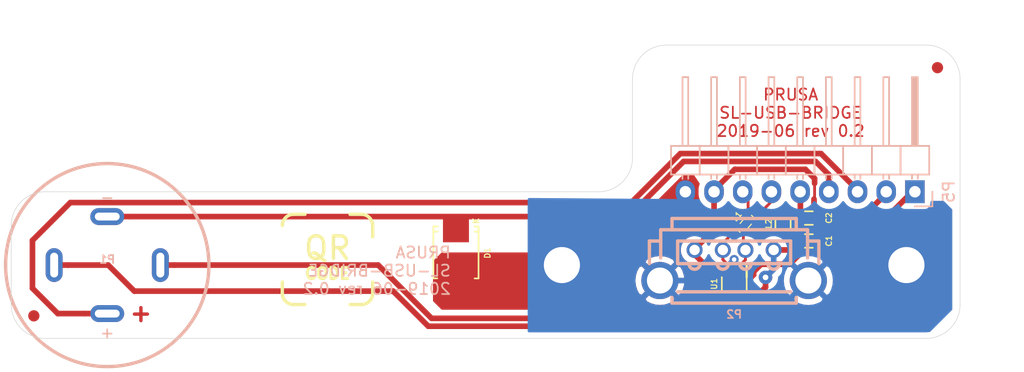
<source format=kicad_pcb>
(kicad_pcb (version 20171130) (host pcbnew "(6.0.0-rc1-dev-199-g6b039bc99)")

  (general
    (thickness 1.6)
    (drawings 17)
    (tracks 112)
    (zones 0)
    (modules 14)
    (nets 13)
  )

  (page A4)
  (layers
    (0 F.Cu signal)
    (31 B.Cu signal)
    (32 B.Adhes user)
    (33 F.Adhes user)
    (34 B.Paste user)
    (35 F.Paste user)
    (36 B.SilkS user)
    (37 F.SilkS user)
    (38 B.Mask user)
    (39 F.Mask user)
    (40 Dwgs.User user)
    (41 Cmts.User user)
    (42 Eco1.User user)
    (43 Eco2.User user)
    (44 Edge.Cuts user)
    (45 Margin user)
    (46 B.CrtYd user)
    (47 F.CrtYd user)
    (48 B.Fab user hide)
    (49 F.Fab user hide)
  )

  (setup
    (last_trace_width 0.25)
    (user_trace_width 0.5)
    (trace_clearance 0.2)
    (zone_clearance 0.508)
    (zone_45_only no)
    (trace_min 0.2)
    (via_size 0.8)
    (via_drill 0.4)
    (via_min_size 0.4)
    (via_min_drill 0.3)
    (user_via 1.2 0.5)
    (uvia_size 0.3)
    (uvia_drill 0.1)
    (uvias_allowed no)
    (uvia_min_size 0.2)
    (uvia_min_drill 0.1)
    (edge_width 0.05)
    (segment_width 0.2)
    (pcb_text_width 0.3)
    (pcb_text_size 1.5 1.5)
    (mod_edge_width 0.12)
    (mod_text_size 1 1)
    (mod_text_width 0.15)
    (pad_size 2.032 1.7272)
    (pad_drill 1.016)
    (pad_to_mask_clearance 0.02)
    (solder_mask_min_width 0.2)
    (aux_axis_origin 0 0)
    (visible_elements FFFFFF7F)
    (pcbplotparams
      (layerselection 0x010f8_ffffffff)
      (usegerberextensions true)
      (usegerberattributes false)
      (usegerberadvancedattributes false)
      (creategerberjobfile false)
      (excludeedgelayer true)
      (linewidth 0.100000)
      (plotframeref false)
      (viasonmask false)
      (mode 1)
      (useauxorigin false)
      (hpglpennumber 1)
      (hpglpenspeed 20)
      (hpglpendiameter 15.000000)
      (psnegative false)
      (psa4output false)
      (plotreference true)
      (plotvalue true)
      (plotinvisibletext false)
      (padsonsilk false)
      (subtractmaskfromsilk false)
      (outputformat 1)
      (mirror false)
      (drillshape 0)
      (scaleselection 1)
      (outputdirectory "gerber/"))
  )

  (net 0 "")
  (net 1 "Net-(P1-Pad2)")
  (net 2 "Net-(P1-Pad1)")
  (net 3 "Net-(P1-Pad3)")
  (net 4 "Net-(D1-Pad2)")
  (net 5 "Net-(C1-Pad1)")
  (net 6 "Net-(L1-Pad1)")
  (net 7 "Net-(L1-Pad4)")
  (net 8 "Net-(C1-Pad2)")
  (net 9 "Net-(D1-Pad1)")
  (net 10 "Net-(L1-Pad3)")
  (net 11 "Net-(L1-Pad2)")
  (net 12 "Net-(C2-Pad1)")

  (net_class Default "Toto je výchozí třída sítě."
    (clearance 0.2)
    (trace_width 0.25)
    (via_dia 0.8)
    (via_drill 0.4)
    (uvia_dia 0.3)
    (uvia_drill 0.1)
    (add_net "Net-(C1-Pad1)")
    (add_net "Net-(C1-Pad2)")
    (add_net "Net-(C2-Pad1)")
    (add_net "Net-(D1-Pad1)")
    (add_net "Net-(D1-Pad2)")
    (add_net "Net-(L1-Pad1)")
    (add_net "Net-(L1-Pad2)")
    (add_net "Net-(L1-Pad3)")
    (add_net "Net-(L1-Pad4)")
    (add_net "Net-(P1-Pad1)")
    (add_net "Net-(P1-Pad2)")
    (add_net "Net-(P1-Pad3)")
  )

  (module Fiducials:Fiducial_1mm_Dia_2.54mm_Outer_CopperTop (layer F.Cu) (tedit 0) (tstamp 5D03BC2E)
    (at 82 -24)
    (descr "Circular Fiducial, 1mm bare copper top; 2.54mm keepout")
    (tags marker)
    (path /5CFFA5C7)
    (attr smd)
    (fp_text reference MK2 (at 3.4 0.7) (layer F.SilkS) hide
      (effects (font (size 1 1) (thickness 0.15)))
    )
    (fp_text value Fiducial (at 0 -1.8) (layer F.Fab)
      (effects (font (size 1 1) (thickness 0.15)))
    )
    (fp_circle (center 0 0) (end 1.55 0) (layer F.CrtYd) (width 0.05))
    (pad ~ smd circle (at 0 0) (size 1 1) (layers F.Cu F.Mask)
      (solder_mask_margin 0.77) (clearance 0.77))
  )

  (module Fiducials:Fiducial_1mm_Dia_2.54mm_Outer_CopperTop (layer F.Cu) (tedit 0) (tstamp 5D03BB0F)
    (at 2 -2)
    (descr "Circular Fiducial, 1mm bare copper top; 2.54mm keepout")
    (tags marker)
    (path /5CFF9C19)
    (attr smd)
    (fp_text reference MK1 (at 3.4 0.7) (layer F.SilkS) hide
      (effects (font (size 1 1) (thickness 0.15)))
    )
    (fp_text value Fiducial (at 0 -1.8) (layer F.Fab)
      (effects (font (size 1 1) (thickness 0.15)))
    )
    (fp_circle (center 0 0) (end 1.55 0) (layer F.CrtYd) (width 0.05))
    (pad ~ smd circle (at 0 0) (size 1 1) (layers F.Cu F.Mask)
      (solder_mask_margin 0.77) (clearance 0.77))
  )

  (module ok1hra:QR-code-8x8mm (layer F.Cu) (tedit 5C98F6D2) (tstamp 5D03BA37)
    (at 28 -7)
    (path /5D0061EC)
    (attr virtual)
    (fp_text reference Q1 (at 0 4) (layer F.SilkS) hide
      (effects (font (size 0.5 0.5) (thickness 0.125)))
    )
    (fp_text value QR-code* (at 0 0) (layer F.Fab)
      (effects (font (size 0.5 0.5) (thickness 0.125)))
    )
    (fp_arc (start -3 -3) (end -3 -4) (angle -90) (layer F.SilkS) (width 0.3))
    (fp_arc (start -3 3) (end -4 3) (angle -90) (layer F.SilkS) (width 0.3))
    (fp_arc (start 3 3) (end 3 4) (angle -90) (layer F.SilkS) (width 0.3))
    (fp_arc (start 3 -3) (end 4 -3) (angle -90) (layer F.SilkS) (width 0.3))
    (fp_line (start -3 -4) (end -2 -4) (layer F.SilkS) (width 0.3))
    (fp_line (start 2 -4) (end 3 -4) (layer F.SilkS) (width 0.3))
    (fp_line (start 4 -3) (end 4 -2) (layer F.SilkS) (width 0.3))
    (fp_line (start 4 3) (end 4 2) (layer F.SilkS) (width 0.3))
    (fp_line (start 3 4) (end 2 4) (layer F.SilkS) (width 0.3))
    (fp_line (start -3 4) (end -2 4) (layer F.SilkS) (width 0.3))
    (fp_line (start -4 3) (end -4 2) (layer F.SilkS) (width 0.3))
    (fp_text user QR (at 0 -1) (layer F.SilkS)
      (effects (font (size 2 2) (thickness 0.3)))
    )
    (fp_text user CODE (at 0 1.25) (layer F.SilkS)
      (effects (font (size 1 1) (thickness 0.25)))
    )
    (fp_line (start -4.25 -4.25) (end 4.25 -4.25) (layer F.Fab) (width 0.05))
    (fp_line (start 4.25 -4.25) (end 4.25 4.25) (layer F.Fab) (width 0.05))
    (fp_line (start 4.25 4.25) (end -4.25 4.25) (layer F.Fab) (width 0.05))
    (fp_line (start -4.25 4.25) (end -4.25 -4.25) (layer F.Fab) (width 0.05))
  )

  (module ok1hra:SC-88 (layer F.Cu) (tedit 5CD94106) (tstamp 5CDABEE5)
    (at 64.008 -4.826 270)
    (path /5CD93E19)
    (attr smd)
    (fp_text reference U1 (at 0 1.778 90) (layer F.SilkS)
      (effects (font (size 0.5 0.5) (thickness 0.1)))
    )
    (fp_text value NUP4202 (at 0 0 90) (layer F.Fab) hide
      (effects (font (size 0.5 0.5) (thickness 0.125)))
    )
    (fp_line (start -1.8 -1.25) (end 1.8 -1.25) (layer F.CrtYd) (width 0.05))
    (fp_line (start 1.8 -1.25) (end 1.8 1.25) (layer F.CrtYd) (width 0.05))
    (fp_line (start 1.8 1.25) (end -1.8 1.25) (layer F.CrtYd) (width 0.05))
    (fp_line (start -1.8 1.25) (end -1.8 -1.25) (layer F.CrtYd) (width 0.05))
    (fp_line (start -1.8 -1.25) (end 1.8 -1.25) (layer F.Fab) (width 0.1))
    (fp_line (start 1.8 -1.25) (end 1.8 1.25) (layer F.Fab) (width 0.1))
    (fp_line (start 1.8 1.25) (end -1.8 1.25) (layer F.Fab) (width 0.1))
    (fp_line (start -1.8 1.25) (end -1.8 -1.25) (layer F.Fab) (width 0.1))
    (fp_line (start -1.7 -1.25) (end -1.8 -1.15) (layer F.Fab) (width 0.1))
    (fp_line (start -1.8 -1.15) (end -1.8 -1.1) (layer F.Fab) (width 0.1))
    (fp_line (start -1.8 -1.15) (end -1.8 -1.05) (layer F.Fab) (width 0.1))
    (fp_line (start -1.8 -1.05) (end -1.6 -1.25) (layer F.Fab) (width 0.1))
    (fp_line (start -1.6 -1.25) (end -1.5 -1.25) (layer F.Fab) (width 0.1))
    (fp_line (start -1.5 -1.25) (end -1.8 -0.95) (layer F.Fab) (width 0.1))
    (fp_line (start -1.8 -0.95) (end -1.8 -0.85) (layer F.Fab) (width 0.1))
    (fp_line (start -1.8 -0.85) (end -1.4 -1.25) (layer F.Fab) (width 0.1))
    (fp_line (start -1.4 -1.25) (end -1.3 -1.25) (layer F.Fab) (width 0.1))
    (fp_line (start -1.3 -1.25) (end -1.8 -0.75) (layer F.Fab) (width 0.1))
    (fp_line (start -1.8 -0.75) (end -1.8 -0.65) (layer F.Fab) (width 0.1))
    (fp_line (start -1.8 -0.65) (end -1.2 -1.25) (layer F.Fab) (width 0.1))
    (fp_line (start -1.2 -1.25) (end -1.1 -1.25) (layer F.Fab) (width 0.1))
    (fp_line (start -1.1 -1.25) (end -1.8 -0.55) (layer F.Fab) (width 0.1))
    (fp_line (start -1.8 -0.55) (end -1.8 -0.45) (layer F.Fab) (width 0.1))
    (fp_line (start -1.8 -0.45) (end -1 -1.25) (layer F.Fab) (width 0.1))
    (fp_line (start -1 -1.25) (end -0.9 -1.25) (layer F.Fab) (width 0.1))
    (fp_line (start -0.9 -1.25) (end -1.8 -0.35) (layer F.Fab) (width 0.1))
    (fp_line (start -1.8 -0.35) (end -1.8 -0.25) (layer F.Fab) (width 0.1))
    (fp_line (start -1.8 -0.25) (end -0.8 -1.25) (layer F.Fab) (width 0.1))
    (fp_line (start -0.8 -1.25) (end -0.7 -1.25) (layer F.Fab) (width 0.1))
    (fp_line (start -0.7 -1.25) (end -1.8 -0.15) (layer F.Fab) (width 0.1))
    (fp_line (start -1.8 -0.15) (end -1.8 -0.05) (layer F.Fab) (width 0.1))
    (fp_line (start -1.8 -0.05) (end -0.6 -1.25) (layer F.Fab) (width 0.1))
    (fp_text user %R (at 0 0 90) (layer F.Fab)
      (effects (font (size 0.8 0.8) (thickness 0.08)))
    )
    (fp_line (start -0.6 -1.1) (end 0.6 -1.1) (layer F.SilkS) (width 0.15))
    (fp_line (start -0.6 1.1) (end 0.6 1.1) (layer F.SilkS) (width 0.15))
    (fp_line (start -1.6 -1.1) (end -0.6 -1.1) (layer F.SilkS) (width 0.2))
    (pad 6 smd rect (at 1.1 -0.65 270) (size 0.9 0.4) (layers F.Cu F.Paste F.Mask))
    (pad 5 smd rect (at 1.1 0 270) (size 0.9 0.4) (layers F.Cu F.Paste F.Mask)
      (net 5 "Net-(C1-Pad1)"))
    (pad 4 smd rect (at 1.1 0.65 270) (size 0.9 0.4) (layers F.Cu F.Paste F.Mask)
      (net 1 "Net-(P1-Pad2)"))
    (pad 3 smd rect (at -1.1 0.65 270) (size 0.9 0.4) (layers F.Cu F.Paste F.Mask)
      (net 7 "Net-(L1-Pad4)"))
    (pad 2 smd rect (at -1.1 0 270) (size 0.9 0.4) (layers F.Cu F.Paste F.Mask)
      (net 4 "Net-(D1-Pad2)"))
    (pad 1 smd rect (at -1.1 -0.65 270) (size 0.9 0.4) (layers F.Cu F.Paste F.Mask)
      (net 6 "Net-(L1-Pad1)"))
    (model ${KISYS3DMOD}/Package_TO_SOT_SMD.3dshapes/SC-82AB.step
      (at (xyz 0 0 0))
      (scale (xyz 1 1 1))
      (rotate (xyz 0 0 0))
    )
  )

  (module Resistors_SMD:R_0603 (layer F.Cu) (tedit 58307A47) (tstamp 5CDABB39)
    (at 68.326 -10.16 90)
    (descr "Resistor SMD 0603, reflow soldering, Vishay (see dcrcw.pdf)")
    (tags "resistor 0603")
    (path /5CDBC18C)
    (attr smd)
    (fp_text reference L2 (at 0 -1.27 90) (layer F.SilkS)
      (effects (font (size 0.5 0.5) (thickness 0.1)))
    )
    (fp_text value BLM18KG121TN1D (at 0 1.9 90) (layer F.Fab)
      (effects (font (size 1 1) (thickness 0.15)))
    )
    (fp_line (start -0.5 -0.675) (end 0.5 -0.675) (layer F.SilkS) (width 0.15))
    (fp_line (start 0.5 0.675) (end -0.5 0.675) (layer F.SilkS) (width 0.15))
    (fp_line (start 1.3 -0.8) (end 1.3 0.8) (layer F.CrtYd) (width 0.05))
    (fp_line (start -1.3 -0.8) (end -1.3 0.8) (layer F.CrtYd) (width 0.05))
    (fp_line (start -1.3 0.8) (end 1.3 0.8) (layer F.CrtYd) (width 0.05))
    (fp_line (start -1.3 -0.8) (end 1.3 -0.8) (layer F.CrtYd) (width 0.05))
    (fp_line (start -0.8 -0.4) (end 0.8 -0.4) (layer F.Fab) (width 0.1))
    (fp_line (start 0.8 -0.4) (end 0.8 0.4) (layer F.Fab) (width 0.1))
    (fp_line (start 0.8 0.4) (end -0.8 0.4) (layer F.Fab) (width 0.1))
    (fp_line (start -0.8 0.4) (end -0.8 -0.4) (layer F.Fab) (width 0.1))
    (pad 2 smd rect (at 0.75 0 90) (size 0.5 0.9) (layers F.Cu F.Paste F.Mask)
      (net 12 "Net-(C2-Pad1)"))
    (pad 1 smd rect (at -0.75 0 90) (size 0.5 0.9) (layers F.Cu F.Paste F.Mask)
      (net 5 "Net-(C1-Pad1)"))
    (model ${KISYS3DMOD}/Inductor_SMD.3dshapes/L_0603_1608Metric.step
      (at (xyz 0 0 0))
      (scale (xyz 1 1 1))
      (rotate (xyz 0 0 0))
    )
  )

  (module ok1hra:0603USB-common-mode (layer F.Cu) (tedit 5CD94524) (tstamp 5CDABB29)
    (at 65.024 -10.16 230)
    (path /5CD962BC)
    (attr smd)
    (fp_text reference L1 (at 0 1.016 50) (layer F.SilkS)
      (effects (font (size 0.5 0.5) (thickness 0.1)))
    )
    (fp_text value 0603USB-601MLB (at 0 0 50) (layer F.Fab)
      (effects (font (size 0.5 0.5) (thickness 0.1)))
    )
    (fp_line (start 1 -0.5) (end -1 -0.5) (layer F.CrtYd) (width 0.12))
    (fp_line (start 1 0.5) (end 1 -0.5) (layer F.CrtYd) (width 0.12))
    (fp_line (start -1 0.5) (end 1 0.5) (layer F.CrtYd) (width 0.12))
    (fp_line (start -1 -0.5) (end -1 0.5) (layer F.CrtYd) (width 0.12))
    (fp_line (start -0.9 0.1) (end -0.9 -0.1) (layer F.SilkS) (width 0.1))
    (fp_line (start 0.3 0.4) (end -0.3 0.4) (layer F.SilkS) (width 0.1))
    (fp_line (start 0.9 -0.1) (end 0.9 0.1) (layer F.SilkS) (width 0.1))
    (fp_line (start 0.3 -0.4) (end -0.3 -0.4) (layer F.SilkS) (width 0.1))
    (pad 4 smd roundrect (at 0.655 0.275 230) (size 0.58 0.3) (layers F.Cu F.Paste F.Mask) (roundrect_rratio 0.2)
      (net 7 "Net-(L1-Pad4)"))
    (pad 3 smd roundrect (at -0.655 0.275 230) (size 0.58 0.3) (layers F.Cu F.Paste F.Mask) (roundrect_rratio 0.2)
      (net 10 "Net-(L1-Pad3)"))
    (pad 2 smd roundrect (at -0.655 -0.275 230) (size 0.58 0.3) (layers F.Cu F.Paste F.Mask) (roundrect_rratio 0.2)
      (net 11 "Net-(L1-Pad2)"))
    (pad 1 smd roundrect (at 0.655 -0.275 230) (size 0.58 0.3) (layers F.Cu F.Paste F.Mask) (roundrect_rratio 0.2)
      (net 6 "Net-(L1-Pad1)"))
    (model ${KISYS3DMOD}/Inductor_SMD.3dshapes/L_0603_1608Metric.step
      (at (xyz 0 0 0))
      (scale (xyz 1 1 1))
      (rotate (xyz 0 0 0))
    )
  )

  (module Diodes_SMD:SMB_Standard (layer F.Cu) (tedit 5CD95898) (tstamp 5CDAB8DF)
    (at 39.37 -7.62 270)
    (descr "Diode SMB Standard")
    (tags "Diode SMB Standard")
    (path /5CDA2707)
    (attr smd)
    (fp_text reference D1 (at 0.05 -2.794 90) (layer F.SilkS)
      (effects (font (size 0.5 0.5) (thickness 0.1)))
    )
    (fp_text value SMBJ24A (at 0.05 4.7 90) (layer F.Fab)
      (effects (font (size 1 1) (thickness 0.15)))
    )
    (fp_line (start 2.30124 -1.99898) (end 2.30124 -1.80086) (layer F.SilkS) (width 0.15))
    (fp_line (start -2.30124 -1.99898) (end 2.30124 -1.99898) (layer F.SilkS) (width 0.15))
    (fp_line (start -2.30124 -1.99898) (end -2.30124 -1.80086) (layer F.SilkS) (width 0.15))
    (fp_line (start -2.30632 1.99644) (end -2.30632 1.79832) (layer F.SilkS) (width 0.15))
    (fp_line (start -2.30632 1.99644) (end 2.29616 1.99644) (layer F.SilkS) (width 0.15))
    (fp_line (start 2.29616 1.99644) (end 2.29616 1.79832) (layer F.SilkS) (width 0.15))
    (fp_line (start -1.84928 -1.99898) (end -1.84928 -1.80086) (layer F.SilkS) (width 0.15))
    (fp_line (start -1.84928 1.94898) (end -1.84928 1.75086) (layer F.SilkS) (width 0.15))
    (fp_circle (center 0 0) (end 0.20066 0.09906) (layer F.Adhes) (width 0.381))
    (fp_circle (center 0 0) (end 0.44958 0.09906) (layer F.Adhes) (width 0.381))
    (fp_line (start 2.30124 -1.8) (end 2.30124 -1.651) (layer F.SilkS) (width 0.15))
    (fp_line (start -1.84928 -1.8) (end -1.84928 -1.651) (layer F.SilkS) (width 0.15))
    (fp_line (start -2.30124 -1.8) (end -2.30124 -1.651) (layer F.SilkS) (width 0.15))
    (fp_line (start 2.29616 1.8) (end 2.29616 1.651) (layer F.SilkS) (width 0.15))
    (fp_line (start -1.84928 1.75) (end -1.84928 1.601) (layer F.SilkS) (width 0.15))
    (fp_line (start -2.30632 1.8) (end -2.30632 1.6002) (layer F.SilkS) (width 0.15))
    (fp_text user A (at 3 3.2 90) (layer F.SilkS) hide
      (effects (font (size 1 1) (thickness 0.15)))
    )
    (fp_text user K (at -2.794 -1.778 90) (layer F.SilkS)
      (effects (font (size 0.5 0.5) (thickness 0.125)))
    )
    (fp_line (start -3.65 2.25) (end -3.65 -2.25) (layer F.CrtYd) (width 0.05))
    (fp_line (start 3.65 2.25) (end -3.65 2.25) (layer F.CrtYd) (width 0.05))
    (fp_line (start 3.65 -2.25) (end 3.65 2.25) (layer F.CrtYd) (width 0.05))
    (fp_line (start -3.65 -2.25) (end 3.65 -2.25) (layer F.CrtYd) (width 0.05))
    (pad 2 smd rect (at 2.14884 0 270) (size 2.49936 2.30124) (layers F.Cu F.Paste F.Mask)
      (net 4 "Net-(D1-Pad2)") (zone_connect 2))
    (pad 1 smd rect (at -2.14884 0 270) (size 2.49936 2.30124) (layers F.Cu F.Paste F.Mask)
      (net 9 "Net-(D1-Pad1)"))
    (model ${KISYS3DMOD}/Diode_SMD.3dshapes/D_SMB.step
      (at (xyz 0 0 0))
      (scale (xyz 1 1 1))
      (rotate (xyz 0 0 0))
    )
  )

  (module Capacitors_SMD:C_0603 (layer F.Cu) (tedit 5415D631) (tstamp 5CDAB8C3)
    (at 70.612 -10.668)
    (descr "Capacitor SMD 0603, reflow soldering, AVX (see smccp.pdf)")
    (tags "capacitor 0603")
    (path /5CD99AA7)
    (attr smd)
    (fp_text reference C2 (at 1.778 0 90) (layer F.SilkS)
      (effects (font (size 0.5 0.5) (thickness 0.1)))
    )
    (fp_text value 100n (at 0 1.9) (layer F.Fab)
      (effects (font (size 1 1) (thickness 0.15)))
    )
    (fp_line (start 0.35 0.6) (end -0.35 0.6) (layer F.SilkS) (width 0.15))
    (fp_line (start -0.35 -0.6) (end 0.35 -0.6) (layer F.SilkS) (width 0.15))
    (fp_line (start 1.45 -0.75) (end 1.45 0.75) (layer F.CrtYd) (width 0.05))
    (fp_line (start -1.45 -0.75) (end -1.45 0.75) (layer F.CrtYd) (width 0.05))
    (fp_line (start -1.45 0.75) (end 1.45 0.75) (layer F.CrtYd) (width 0.05))
    (fp_line (start -1.45 -0.75) (end 1.45 -0.75) (layer F.CrtYd) (width 0.05))
    (fp_line (start -0.8 -0.4) (end 0.8 -0.4) (layer F.Fab) (width 0.15))
    (fp_line (start 0.8 -0.4) (end 0.8 0.4) (layer F.Fab) (width 0.15))
    (fp_line (start 0.8 0.4) (end -0.8 0.4) (layer F.Fab) (width 0.15))
    (fp_line (start -0.8 0.4) (end -0.8 -0.4) (layer F.Fab) (width 0.15))
    (pad 2 smd rect (at 0.75 0) (size 0.8 0.75) (layers F.Cu F.Paste F.Mask)
      (net 8 "Net-(C1-Pad2)"))
    (pad 1 smd rect (at -0.75 0) (size 0.8 0.75) (layers F.Cu F.Paste F.Mask)
      (net 12 "Net-(C2-Pad1)"))
    (model ${KISYS3DMOD}/Capacitor_SMD.3dshapes/C_0603_1608Metric.step
      (at (xyz 0 0 0))
      (scale (xyz 1 1 1))
      (rotate (xyz 0 0 0))
    )
  )

  (module Capacitors_SMD:C_0603 (layer F.Cu) (tedit 5415D631) (tstamp 5CDAB8B3)
    (at 70.612 -8.636)
    (descr "Capacitor SMD 0603, reflow soldering, AVX (see smccp.pdf)")
    (tags "capacitor 0603")
    (path /5CD9A1CD)
    (attr smd)
    (fp_text reference C1 (at 1.778 0 90) (layer F.SilkS)
      (effects (font (size 0.5 0.5) (thickness 0.1)))
    )
    (fp_text value 100n (at 0 1.9) (layer F.Fab)
      (effects (font (size 1 1) (thickness 0.15)))
    )
    (fp_line (start 0.35 0.6) (end -0.35 0.6) (layer F.SilkS) (width 0.15))
    (fp_line (start -0.35 -0.6) (end 0.35 -0.6) (layer F.SilkS) (width 0.15))
    (fp_line (start 1.45 -0.75) (end 1.45 0.75) (layer F.CrtYd) (width 0.05))
    (fp_line (start -1.45 -0.75) (end -1.45 0.75) (layer F.CrtYd) (width 0.05))
    (fp_line (start -1.45 0.75) (end 1.45 0.75) (layer F.CrtYd) (width 0.05))
    (fp_line (start -1.45 -0.75) (end 1.45 -0.75) (layer F.CrtYd) (width 0.05))
    (fp_line (start -0.8 -0.4) (end 0.8 -0.4) (layer F.Fab) (width 0.15))
    (fp_line (start 0.8 -0.4) (end 0.8 0.4) (layer F.Fab) (width 0.15))
    (fp_line (start 0.8 0.4) (end -0.8 0.4) (layer F.Fab) (width 0.15))
    (fp_line (start -0.8 0.4) (end -0.8 -0.4) (layer F.Fab) (width 0.15))
    (pad 2 smd rect (at 0.75 0) (size 0.8 0.75) (layers F.Cu F.Paste F.Mask)
      (net 8 "Net-(C1-Pad2)"))
    (pad 1 smd rect (at -0.75 0) (size 0.8 0.75) (layers F.Cu F.Paste F.Mask)
      (net 5 "Net-(C1-Pad1)"))
    (model ${KISYS3DMOD}/Capacitor_SMD.3dshapes/C_0603_1608Metric.step
      (at (xyz 0 0 0))
      (scale (xyz 1 1 1))
      (rotate (xyz 0 0 0))
    )
  )

  (module Pin_Headers:Pin_Header_Angled_1x09 (layer B.Cu) (tedit 5CD9592E) (tstamp 5C92AD90)
    (at 80 -13 90)
    (descr "Through hole pin header")
    (tags "pin header")
    (path /5C927196)
    (fp_text reference P5 (at 0 3 90) (layer B.SilkS)
      (effects (font (size 1 1) (thickness 0.15)) (justify mirror))
    )
    (fp_text value 70553-0043 (at 0 3.1 90) (layer B.Fab)
      (effects (font (size 1 1) (thickness 0.15)) (justify mirror))
    )
    (fp_line (start 1.524 -6.35) (end 4.064 -6.35) (layer B.SilkS) (width 0.15))
    (fp_line (start 1.524 -6.35) (end 1.524 -8.89) (layer B.SilkS) (width 0.15))
    (fp_line (start 1.524 -8.89) (end 4.064 -8.89) (layer B.SilkS) (width 0.15))
    (fp_line (start 4.064 -7.366) (end 10.16 -7.366) (layer B.SilkS) (width 0.15))
    (fp_line (start 10.16 -7.366) (end 10.16 -7.874) (layer B.SilkS) (width 0.15))
    (fp_line (start 10.16 -7.874) (end 4.064 -7.874) (layer B.SilkS) (width 0.15))
    (fp_line (start 4.064 -8.89) (end 4.064 -6.35) (layer B.SilkS) (width 0.15))
    (fp_line (start 4.064 -11.43) (end 4.064 -8.89) (layer B.SilkS) (width 0.15))
    (fp_line (start 10.16 -10.414) (end 4.064 -10.414) (layer B.SilkS) (width 0.15))
    (fp_line (start 10.16 -9.906) (end 10.16 -10.414) (layer B.SilkS) (width 0.15))
    (fp_line (start 4.064 -9.906) (end 10.16 -9.906) (layer B.SilkS) (width 0.15))
    (fp_line (start 1.524 -11.43) (end 4.064 -11.43) (layer B.SilkS) (width 0.15))
    (fp_line (start 1.524 -8.89) (end 1.524 -11.43) (layer B.SilkS) (width 0.15))
    (fp_line (start 1.524 -8.89) (end 4.064 -8.89) (layer B.SilkS) (width 0.15))
    (fp_line (start 1.524 -13.97) (end 4.064 -13.97) (layer B.SilkS) (width 0.15))
    (fp_line (start 1.524 -13.97) (end 1.524 -16.51) (layer B.SilkS) (width 0.15))
    (fp_line (start 1.524 -16.51) (end 4.064 -16.51) (layer B.SilkS) (width 0.15))
    (fp_line (start 4.064 -14.986) (end 10.16 -14.986) (layer B.SilkS) (width 0.15))
    (fp_line (start 10.16 -14.986) (end 10.16 -15.494) (layer B.SilkS) (width 0.15))
    (fp_line (start 10.16 -15.494) (end 4.064 -15.494) (layer B.SilkS) (width 0.15))
    (fp_line (start 4.064 -16.51) (end 4.064 -13.97) (layer B.SilkS) (width 0.15))
    (fp_line (start 4.064 -13.97) (end 4.064 -11.43) (layer B.SilkS) (width 0.15))
    (fp_line (start 10.16 -12.954) (end 4.064 -12.954) (layer B.SilkS) (width 0.15))
    (fp_line (start 10.16 -12.446) (end 10.16 -12.954) (layer B.SilkS) (width 0.15))
    (fp_line (start 4.064 -12.446) (end 10.16 -12.446) (layer B.SilkS) (width 0.15))
    (fp_line (start 1.524 -13.97) (end 4.064 -13.97) (layer B.SilkS) (width 0.15))
    (fp_line (start 1.524 -11.43) (end 1.524 -13.97) (layer B.SilkS) (width 0.15))
    (fp_line (start 1.524 -11.43) (end 4.064 -11.43) (layer B.SilkS) (width 0.15))
    (fp_line (start 1.524 -1.27) (end 4.064 -1.27) (layer B.SilkS) (width 0.15))
    (fp_line (start 1.524 -1.27) (end 1.524 -3.81) (layer B.SilkS) (width 0.15))
    (fp_line (start 1.524 -3.81) (end 4.064 -3.81) (layer B.SilkS) (width 0.15))
    (fp_line (start 4.064 -2.286) (end 10.16 -2.286) (layer B.SilkS) (width 0.15))
    (fp_line (start 10.16 -2.286) (end 10.16 -2.794) (layer B.SilkS) (width 0.15))
    (fp_line (start 10.16 -2.794) (end 4.064 -2.794) (layer B.SilkS) (width 0.15))
    (fp_line (start 4.064 -3.81) (end 4.064 -1.27) (layer B.SilkS) (width 0.15))
    (fp_line (start 4.064 -6.35) (end 4.064 -3.81) (layer B.SilkS) (width 0.15))
    (fp_line (start 10.16 -5.334) (end 4.064 -5.334) (layer B.SilkS) (width 0.15))
    (fp_line (start 10.16 -4.826) (end 10.16 -5.334) (layer B.SilkS) (width 0.15))
    (fp_line (start 4.064 -4.826) (end 10.16 -4.826) (layer B.SilkS) (width 0.15))
    (fp_line (start 1.524 -6.35) (end 4.064 -6.35) (layer B.SilkS) (width 0.15))
    (fp_line (start 1.524 -3.81) (end 1.524 -6.35) (layer B.SilkS) (width 0.15))
    (fp_line (start 1.524 -3.81) (end 4.064 -3.81) (layer B.SilkS) (width 0.15))
    (fp_line (start 1.524 1.27) (end 4.064 1.27) (layer B.SilkS) (width 0.15))
    (fp_line (start 1.524 1.27) (end 1.524 -1.27) (layer B.SilkS) (width 0.15))
    (fp_line (start 1.524 -1.27) (end 4.064 -1.27) (layer B.SilkS) (width 0.15))
    (fp_line (start 4.064 0.254) (end 10.16 0.254) (layer B.SilkS) (width 0.15))
    (fp_line (start 10.16 0.254) (end 10.16 -0.254) (layer B.SilkS) (width 0.15))
    (fp_line (start 10.16 -0.254) (end 4.064 -0.254) (layer B.SilkS) (width 0.15))
    (fp_line (start 4.064 -1.27) (end 4.064 1.27) (layer B.SilkS) (width 0.15))
    (fp_line (start 1.524 -21.59) (end 4.064 -21.59) (layer B.SilkS) (width 0.15))
    (fp_line (start 1.524 -19.05) (end 4.064 -19.05) (layer B.SilkS) (width 0.15))
    (fp_line (start 1.524 -19.05) (end 1.524 -21.59) (layer B.SilkS) (width 0.15))
    (fp_line (start 4.064 -20.066) (end 10.16 -20.066) (layer B.SilkS) (width 0.15))
    (fp_line (start 10.16 -20.066) (end 10.16 -20.574) (layer B.SilkS) (width 0.15))
    (fp_line (start 10.16 -20.574) (end 4.064 -20.574) (layer B.SilkS) (width 0.15))
    (fp_line (start 4.064 -21.59) (end 4.064 -19.05) (layer B.SilkS) (width 0.15))
    (fp_line (start 4.064 -19.05) (end 4.064 -16.51) (layer B.SilkS) (width 0.15))
    (fp_line (start 10.16 -18.034) (end 4.064 -18.034) (layer B.SilkS) (width 0.15))
    (fp_line (start 10.16 -17.526) (end 10.16 -18.034) (layer B.SilkS) (width 0.15))
    (fp_line (start 4.064 -17.526) (end 10.16 -17.526) (layer B.SilkS) (width 0.15))
    (fp_line (start 1.524 -19.05) (end 4.064 -19.05) (layer B.SilkS) (width 0.15))
    (fp_line (start 1.524 -16.51) (end 1.524 -19.05) (layer B.SilkS) (width 0.15))
    (fp_line (start 1.524 -16.51) (end 4.064 -16.51) (layer B.SilkS) (width 0.15))
    (fp_line (start 1.524 -9.906) (end 1.143 -9.906) (layer B.SilkS) (width 0.15))
    (fp_line (start 1.524 -10.414) (end 1.143 -10.414) (layer B.SilkS) (width 0.15))
    (fp_line (start 1.524 -12.446) (end 1.143 -12.446) (layer B.SilkS) (width 0.15))
    (fp_line (start 1.524 -12.954) (end 1.143 -12.954) (layer B.SilkS) (width 0.15))
    (fp_line (start 1.524 -14.986) (end 1.143 -14.986) (layer B.SilkS) (width 0.15))
    (fp_line (start 1.524 -15.494) (end 1.143 -15.494) (layer B.SilkS) (width 0.15))
    (fp_line (start 1.524 -17.526) (end 1.143 -17.526) (layer B.SilkS) (width 0.15))
    (fp_line (start 1.524 -18.034) (end 1.143 -18.034) (layer B.SilkS) (width 0.15))
    (fp_line (start 1.524 -7.874) (end 1.143 -7.874) (layer B.SilkS) (width 0.15))
    (fp_line (start 1.524 -7.366) (end 1.143 -7.366) (layer B.SilkS) (width 0.15))
    (fp_line (start 1.524 -5.334) (end 1.143 -5.334) (layer B.SilkS) (width 0.15))
    (fp_line (start 1.524 -4.826) (end 1.143 -4.826) (layer B.SilkS) (width 0.15))
    (fp_line (start 1.524 -2.794) (end 1.143 -2.794) (layer B.SilkS) (width 0.15))
    (fp_line (start 1.524 -2.286) (end 1.143 -2.286) (layer B.SilkS) (width 0.15))
    (fp_line (start 1.524 -0.254) (end 1.143 -0.254) (layer B.SilkS) (width 0.15))
    (fp_line (start 1.524 0.254) (end 1.143 0.254) (layer B.SilkS) (width 0.15))
    (fp_line (start 1.524 -20.574) (end 1.143 -20.574) (layer B.SilkS) (width 0.15))
    (fp_line (start 1.524 -20.066) (end 1.143 -20.066) (layer B.SilkS) (width 0.15))
    (fp_line (start 4.191 0) (end 10.033 0) (layer B.SilkS) (width 0.15))
    (fp_line (start 4.191 -0.127) (end 4.191 0) (layer B.SilkS) (width 0.15))
    (fp_line (start 10.033 -0.127) (end 4.191 -0.127) (layer B.SilkS) (width 0.15))
    (fp_line (start 10.033 0.127) (end 10.033 -0.127) (layer B.SilkS) (width 0.15))
    (fp_line (start 4.191 0.127) (end 10.033 0.127) (layer B.SilkS) (width 0.15))
    (fp_line (start 0 1.55) (end -1.3 1.55) (layer B.SilkS) (width 0.15))
    (fp_line (start -1.3 1.55) (end -1.3 0) (layer B.SilkS) (width 0.15))
    (fp_line (start -1.5 -22.1) (end 10.65 -22.1) (layer B.CrtYd) (width 0.05))
    (fp_line (start -1.5 1.75) (end 10.65 1.75) (layer B.CrtYd) (width 0.05))
    (fp_line (start 10.65 1.75) (end 10.65 -22.1) (layer B.CrtYd) (width 0.05))
    (fp_line (start -1.5 1.75) (end -1.5 -22.1) (layer B.CrtYd) (width 0.05))
    (pad 9 thru_hole oval (at 0 -20.32 90) (size 2.032 1.7272) (drill 1.016) (layers *.Cu *.Mask)
      (net 4 "Net-(D1-Pad2)") (zone_connect 2))
    (pad 8 thru_hole oval (at 0 -17.78 90) (size 2.032 1.7272) (drill 1.016) (layers *.Cu *.Mask)
      (net 8 "Net-(C1-Pad2)"))
    (pad 7 thru_hole oval (at 0 -15.24 90) (size 2.032 1.7272) (drill 1.016) (layers *.Cu *.Mask)
      (net 10 "Net-(L1-Pad3)"))
    (pad 6 thru_hole oval (at 0 -12.7 90) (size 2.032 1.7272) (drill 1.016) (layers *.Cu *.Mask)
      (net 11 "Net-(L1-Pad2)"))
    (pad 5 thru_hole oval (at 0 -10.16 90) (size 2.032 1.7272) (drill 1.016) (layers *.Cu *.Mask)
      (net 12 "Net-(C2-Pad1)"))
    (pad 4 thru_hole oval (at 0 -7.62 90) (size 2.032 1.7272) (drill 1.016) (layers *.Cu *.Mask)
      (net 9 "Net-(D1-Pad1)"))
    (pad 3 thru_hole oval (at 0 -5.08 90) (size 2.032 1.7272) (drill 1.016) (layers *.Cu *.Mask)
      (net 3 "Net-(P1-Pad3)"))
    (pad 2 thru_hole oval (at 0 -2.54 90) (size 2.032 1.7272) (drill 1.016) (layers *.Cu *.Mask)
      (net 1 "Net-(P1-Pad2)"))
    (pad 1 thru_hole rect (at 0 0 90) (size 2.032 1.7272) (drill 1.016) (layers *.Cu *.Mask)
      (net 2 "Net-(P1-Pad1)"))
    (model :hra:mx-705530043.step
      (offset (xyz 7.2 -10.15 3))
      (scale (xyz 1 1 1))
      (rotate (xyz -90 0 -90))
    )
  )

  (module Mounting_Holes:MountingHole_3.2mm_M3_DIN965_Pad (layer F.Cu) (tedit 5CD957B3) (tstamp 5C92AD27)
    (at 79.25 -6.5)
    (descr "Mounting Hole 3.2mm, M3, DIN965")
    (tags "mounting hole 3.2mm m3 din965")
    (path /5C92CE20)
    (attr virtual)
    (fp_text reference P4 (at 0 -3.8) (layer F.SilkS) hide
      (effects (font (size 1 1) (thickness 0.15)))
    )
    (fp_text value CONN_01X01* (at 0 3.8) (layer F.Fab)
      (effects (font (size 1 1) (thickness 0.15)))
    )
    (fp_circle (center 0 0) (end 3.05 0) (layer F.CrtYd) (width 0.05))
    (fp_circle (center 0 0) (end 2.8 0) (layer Cmts.User) (width 0.15))
    (pad 1 thru_hole circle (at 0 0) (size 5.6 5.6) (drill 3.2) (layers *.Cu *.Mask)
      (net 4 "Net-(D1-Pad2)") (zone_connect 2))
  )

  (module Mounting_Holes:MountingHole_3.2mm_M3_DIN965_Pad (layer F.Cu) (tedit 5CD957A8) (tstamp 5C92AD20)
    (at 48.75 -6.5)
    (descr "Mounting Hole 3.2mm, M3, DIN965")
    (tags "mounting hole 3.2mm m3 din965")
    (path /5C92C035)
    (attr virtual)
    (fp_text reference P3 (at 0 -3.8) (layer F.SilkS) hide
      (effects (font (size 1 1) (thickness 0.15)))
    )
    (fp_text value CONN_01X01* (at 0 3.8) (layer F.Fab)
      (effects (font (size 1 1) (thickness 0.15)))
    )
    (fp_circle (center 0 0) (end 3.05 0) (layer F.CrtYd) (width 0.05))
    (fp_circle (center 0 0) (end 2.8 0) (layer Cmts.User) (width 0.15))
    (pad 1 thru_hole circle (at 0 0) (size 5.6 5.6) (drill 3.2) (layers *.Cu *.Mask)
      (net 4 "Net-(D1-Pad2)") (zone_connect 2))
  )

  (module ok1hra:USB-A-S-VT_ADAM-TECH (layer B.Cu) (tedit 5C9244FD) (tstamp 5C92B092)
    (at 63.997 -5.13 180)
    (path /5C924AA5)
    (fp_text reference P2 (at 0 -3 180) (layer B.SilkS)
      (effects (font (size 0.7 0.7) (thickness 0.15)) (justify mirror))
    )
    (fp_text value USB-A (at 0 0.5 180) (layer B.Fab)
      (effects (font (size 0.5 0.5) (thickness 0.125)) (justify mirror))
    )
    (fp_line (start -7.5 -2) (end -7.5 5.5) (layer B.Fab) (width 0.12))
    (fp_line (start 7.5 -2) (end -7.5 -2) (layer B.Fab) (width 0.12))
    (fp_line (start 7.5 5.5) (end 7.5 -2) (layer B.Fab) (width 0.12))
    (fp_line (start -7.5 5.5) (end 7.5 5.5) (layer B.Fab) (width 0.12))
    (fp_line (start 5.5 -2) (end 5.5 -1.5) (layer B.SilkS) (width 0.3))
    (fp_line (start -5.5 -2) (end 5.5 -2) (layer B.SilkS) (width 0.3))
    (fp_line (start -5.5 -1.5) (end -5.5 -2) (layer B.SilkS) (width 0.3))
    (fp_line (start 5 -1) (end -5 -1) (layer B.SilkS) (width 0.3))
    (fp_line (start -7.5 3.5) (end -7.5 1.5) (layer B.SilkS) (width 0.3))
    (fp_line (start -6.5 3.5) (end -7.5 3.5) (layer B.SilkS) (width 0.3))
    (fp_line (start 7.5 3.5) (end 7.5 1.5) (layer B.SilkS) (width 0.3))
    (fp_line (start 6.5 3.5) (end 7.5 3.5) (layer B.SilkS) (width 0.3))
    (fp_line (start 5.5 5.5) (end 5.5 4.5) (layer B.SilkS) (width 0.3))
    (fp_line (start -5.5 5.5) (end 5.5 5.5) (layer B.SilkS) (width 0.3))
    (fp_line (start -5.5 4.5) (end -5.5 5.5) (layer B.SilkS) (width 0.3))
    (fp_arc (start 3.5 1.5) (end 3 1.5) (angle 180) (layer B.SilkS) (width 0.3))
    (fp_arc (start 1 1.5) (end 0.5 1.5) (angle 180) (layer B.SilkS) (width 0.3))
    (fp_arc (start -1 1.5) (end -1.5 1.5) (angle 180) (layer B.SilkS) (width 0.3))
    (fp_arc (start -3.5 1.5) (end -4 1.5) (angle 180) (layer B.SilkS) (width 0.3))
    (fp_line (start 5 3.5) (end -5 3.5) (layer B.SilkS) (width 0.3))
    (fp_line (start 5 1.5) (end 5 3.5) (layer B.SilkS) (width 0.3))
    (fp_line (start -5 1.5) (end 5 1.5) (layer B.SilkS) (width 0.3))
    (fp_line (start -5 3.5) (end -5 1.5) (layer B.SilkS) (width 0.3))
    (fp_line (start -6.5 4.5) (end -6.5 2) (layer B.SilkS) (width 0.3))
    (fp_line (start 6.5 4.5) (end -6.5 4.5) (layer B.SilkS) (width 0.3))
    (fp_line (start 6.5 2) (end 6.5 4.5) (layer B.SilkS) (width 0.3))
    (pad 5 thru_hole circle (at -6.57 0 180) (size 3.3 3.3) (drill 2.3) (layers *.Cu *.Mask)
      (net 4 "Net-(D1-Pad2)"))
    (pad 5 thru_hole circle (at 6.57 0 180) (size 3.3 3.3) (drill 2.3) (layers *.Cu *.Mask)
      (net 4 "Net-(D1-Pad2)"))
    (pad 1 thru_hole circle (at -3.5 2.71 180) (size 1.42 1.42) (drill 0.92) (layers *.Cu *.Mask)
      (net 5 "Net-(C1-Pad1)"))
    (pad 2 thru_hole circle (at -1 2.71 180) (size 1.42 1.42) (drill 0.92) (layers *.Cu *.Mask)
      (net 6 "Net-(L1-Pad1)"))
    (pad 3 thru_hole circle (at 1 2.71 180) (size 1.42 1.42) (drill 0.92) (layers *.Cu *.Mask)
      (net 7 "Net-(L1-Pad4)"))
    (pad 4 thru_hole circle (at 3.5 2.71 180) (size 1.42 1.42) (drill 0.92) (layers *.Cu *.Mask)
      (net 8 "Net-(C1-Pad2)"))
    (model /home/dan/kicad/hra/lib/ok1hra3d/1050570005-usba-a-vertical.step
      (offset (xyz 0 1.5 9.6))
      (scale (xyz 1 1 1))
      (rotate (xyz 0 0 180))
    )
  )

  (module ok1hra:ONPOW-LED-BUTTON (layer B.Cu) (tedit 5C924939) (tstamp 5C92AAD7)
    (at 8.5 -6.5)
    (path /5C923820)
    (fp_text reference P1 (at 0 -0.5) (layer B.SilkS)
      (effects (font (size 0.7 0.7) (thickness 0.15)) (justify mirror))
    )
    (fp_text value PWR-button* (at 0 2) (layer B.Fab)
      (effects (font (size 0.7 0.7) (thickness 0.15)) (justify mirror))
    )
    (fp_text user - (at 0 -6) (layer B.SilkS)
      (effects (font (size 1 1) (thickness 0.15)) (justify mirror))
    )
    (fp_text user + (at 0 6) (layer B.SilkS)
      (effects (font (size 1 1) (thickness 0.15)) (justify mirror))
    )
    (fp_circle (center 0 0) (end 5 8) (layer B.Fab) (width 0.12))
    (fp_circle (center 0 0) (end 9 0) (layer B.SilkS) (width 0.3))
    (pad 2 thru_hole oval (at 4.7 0 270) (size 3 1.5) (drill oval 2.2 0.7) (layers *.Cu *.Mask)
      (net 1 "Net-(P1-Pad2)"))
    (pad 1 thru_hole oval (at -4.7 0 270) (size 3 1.5) (drill oval 2.2 0.7) (layers *.Cu *.Mask)
      (net 2 "Net-(P1-Pad1)"))
    (pad 4 thru_hole oval (at 0 -4.3) (size 3 1.5) (drill oval 2.2 0.7) (layers *.Cu *.Mask)
      (net 9 "Net-(D1-Pad1)"))
    (pad 3 thru_hole oval (at 0 4.3) (size 3 1.5) (drill oval 2.2 0.7) (layers *.Cu *.Mask)
      (net 3 "Net-(P1-Pad3)"))
    (model /home/dan/kicad/hra/lib/ok1hra3d/ONPOW-LED-BUTTON.step
      (offset (xyz 0 0 15.5))
      (scale (xyz 1 1 1))
      (rotate (xyz -90 0 0))
    )
  )

  (dimension 26 (width 0.15) (layer Margin)
    (gr_text "26,000 mm" (at 88.3 -13 90) (layer Margin)
      (effects (font (size 1 1) (thickness 0.15)))
    )
    (feature1 (pts (xy 86 -26) (xy 87.586421 -26)))
    (feature2 (pts (xy 86 0) (xy 87.586421 0)))
    (crossbar (pts (xy 87 0) (xy 87 -26)))
    (arrow1a (pts (xy 87 -26) (xy 87.586421 -24.873496)))
    (arrow1b (pts (xy 87 -26) (xy 86.413579 -24.873496)))
    (arrow2a (pts (xy 87 0) (xy 87.586421 -1.126504)))
    (arrow2b (pts (xy 87 0) (xy 86.413579 -1.126504)))
  )
  (dimension 84 (width 0.15) (layer Margin)
    (gr_text "84,000 mm" (at 42 -29.299999) (layer Margin)
      (effects (font (size 1 1) (thickness 0.15)))
    )
    (feature1 (pts (xy 0 -26) (xy 0 -28.58642)))
    (feature2 (pts (xy 84 -26) (xy 84 -28.58642)))
    (crossbar (pts (xy 84 -27.999999) (xy 0 -27.999999)))
    (arrow1a (pts (xy 0 -27.999999) (xy 1.126504 -28.58642)))
    (arrow1b (pts (xy 0 -27.999999) (xy 1.126504 -27.413578)))
    (arrow2a (pts (xy 84 -27.999999) (xy 82.873496 -28.58642)))
    (arrow2b (pts (xy 84 -27.999999) (xy 82.873496 -27.413578)))
  )
  (gr_text "PRUSA\nSL-USB-BRIDGE\n2019-06 rev 0.2" (at 39 -6) (layer B.SilkS)
    (effects (font (size 1 1) (thickness 0.15)) (justify left mirror))
  )
  (gr_text "PRUSA\nSL-USB-BRIDGE\n2019-06 rev 0.2" (at 69 -20) (layer F.Cu)
    (effects (font (size 1 1) (thickness 0.15)))
  )
  (gr_line (start 58 -26) (end 81 -26) (layer Edge.Cuts) (width 0.05) (tstamp 5C92B4F8))
  (gr_arc (start 58 -23) (end 58 -26) (angle -90) (layer Edge.Cuts) (width 0.05))
  (gr_arc (start 52 -16) (end 52 -13) (angle -90) (layer Edge.Cuts) (width 0.05))
  (gr_arc (start 81 -23) (end 84 -23) (angle -90) (layer Edge.Cuts) (width 0.05))
  (gr_text + (at 11.4808 -2.2606) (layer F.Cu)
    (effects (font (size 1.5 1.5) (thickness 0.3)))
  )
  (gr_line (start 55 -16) (end 55 -23) (layer Edge.Cuts) (width 0.05))
  (gr_line (start 3 -13) (end 52 -13) (layer Edge.Cuts) (width 0.05))
  (gr_arc (start 81 -3) (end 81 0) (angle -90) (layer Edge.Cuts) (width 0.05))
  (gr_arc (start 3 -10) (end 3 -13) (angle -90) (layer Edge.Cuts) (width 0.05))
  (gr_arc (start 3 -3) (end 0 -3) (angle -90) (layer Edge.Cuts) (width 0.05))
  (gr_line (start 0 -3) (end 0 -10) (layer Edge.Cuts) (width 0.05))
  (gr_line (start 84 -3) (end 84 -23) (layer Edge.Cuts) (width 0.05))
  (gr_line (start 3 0) (end 81 0) (layer Edge.Cuts) (width 0.05))

  (segment (start 14.45 -6.5) (end 13.2 -6.5) (width 0.5) (layer F.Cu) (net 1))
  (segment (start 32.489 -6.5) (end 14.45 -6.5) (width 0.5) (layer F.Cu) (net 1))
  (segment (start 37.211 -1.778) (end 32.489 -6.5) (width 0.5) (layer F.Cu) (net 1))
  (segment (start 63.246 -3.614) (end 63.246 -2.54) (width 0.5) (layer F.Cu) (net 1))
  (segment (start 63.30799 -3.67599) (end 63.246 -3.614) (width 0.5) (layer F.Cu) (net 1))
  (segment (start 63.246 -2.54) (end 62.484 -1.778) (width 0.5) (layer F.Cu) (net 1))
  (segment (start 62.484 -1.778) (end 37.211 -1.778) (width 0.5) (layer F.Cu) (net 1))
  (segment (start 63.30799 -3.726) (end 63.30799 -3.67599) (width 0.5) (layer F.Cu) (net 1))
  (segment (start 63.660012 -2.125988) (end 63.246 -2.54) (width 0.5) (layer F.Cu) (net 1))
  (segment (start 73.9902 -4.0894) (end 72.026788 -2.125988) (width 0.5) (layer F.Cu) (net 1))
  (segment (start 72.026788 -2.125988) (end 63.660012 -2.125988) (width 0.5) (layer F.Cu) (net 1))
  (segment (start 73.9902 -9.3778) (end 73.9902 -4.0894) (width 0.5) (layer F.Cu) (net 1))
  (segment (start 77.46 -12.8476) (end 73.9902 -9.3778) (width 0.5) (layer F.Cu) (net 1))
  (segment (start 77.46 -13) (end 77.46 -12.8476) (width 0.5) (layer F.Cu) (net 1))
  (segment (start 8.5876 -6.5) (end 5.05 -6.5) (width 0.5) (layer F.Cu) (net 2))
  (segment (start 5.05 -6.5) (end 3.8 -6.5) (width 0.5) (layer F.Cu) (net 2))
  (segment (start 74.690211 -7.913611) (end 74.690211 -3.799446) (width 0.5) (layer F.Cu) (net 2))
  (segment (start 79.7766 -13) (end 74.690211 -7.913611) (width 0.5) (layer F.Cu) (net 2))
  (segment (start 74.690211 -3.799446) (end 72.316742 -1.425977) (width 0.5) (layer F.Cu) (net 2))
  (segment (start 72.316742 -1.425977) (end 63.121942 -1.425977) (width 0.5) (layer F.Cu) (net 2))
  (segment (start 10.8966 -4.191) (end 8.5876 -6.5) (width 0.5) (layer F.Cu) (net 2))
  (segment (start 63.121942 -1.425977) (end 62.773954 -1.077989) (width 0.5) (layer F.Cu) (net 2))
  (segment (start 62.773954 -1.077989) (end 36.921046 -1.077989) (width 0.5) (layer F.Cu) (net 2))
  (segment (start 80 -13) (end 79.7766 -13) (width 0.5) (layer F.Cu) (net 2))
  (segment (start 33.808036 -4.191) (end 10.8966 -4.191) (width 0.5) (layer F.Cu) (net 2))
  (segment (start 36.921046 -1.077989) (end 33.808036 -4.191) (width 0.5) (layer F.Cu) (net 2))
  (segment (start 5.2324 -12.0396) (end 1.8796 -8.6868) (width 0.5) (layer F.Cu) (net 3))
  (segment (start 59.236457 -16.386022) (end 54.890036 -12.0396) (width 0.5) (layer F.Cu) (net 3))
  (segment (start 1.8796 -4.445) (end 4.1246 -2.2) (width 0.5) (layer F.Cu) (net 3))
  (segment (start 71.686378 -16.386022) (end 59.236457 -16.386022) (width 0.5) (layer F.Cu) (net 3))
  (segment (start 54.890036 -12.0396) (end 5.2324 -12.0396) (width 0.5) (layer F.Cu) (net 3))
  (segment (start 6.5 -2.2) (end 8.5 -2.2) (width 0.5) (layer F.Cu) (net 3))
  (segment (start 74.92 -13.1524) (end 71.686378 -16.386022) (width 0.5) (layer F.Cu) (net 3))
  (segment (start 74.92 -13) (end 74.92 -13.1524) (width 0.5) (layer F.Cu) (net 3))
  (segment (start 4.1246 -2.2) (end 6.5 -2.2) (width 0.5) (layer F.Cu) (net 3))
  (segment (start 1.8796 -8.6868) (end 1.8796 -4.445) (width 0.5) (layer F.Cu) (net 3))
  (segment (start 71.362 -8.636) (end 71.362 -10.668) (width 0.5) (layer F.Cu) (net 8))
  (segment (start 62.22 -13.1524) (end 64.0536 -14.986) (width 0.5) (layer F.Cu) (net 8))
  (segment (start 62.22 -13) (end 62.22 -13.1524) (width 0.5) (layer F.Cu) (net 8))
  (segment (start 64.0536 -14.986) (end 70.3072 -14.986) (width 0.5) (layer F.Cu) (net 8))
  (segment (start 70.3072 -14.986) (end 71.12 -14.1732) (width 0.5) (layer F.Cu) (net 8))
  (segment (start 71.12 -14.1732) (end 71.12 -13.750125) (width 0.5) (layer F.Cu) (net 8))
  (segment (start 71.362 -11.543) (end 71.0692 -11.8358) (width 0.5) (layer F.Cu) (net 8))
  (segment (start 71.362 -10.668) (end 71.362 -11.543) (width 0.5) (layer F.Cu) (net 8))
  (segment (start 71.0692 -11.8358) (end 71.0692 -12.3444) (width 0.5) (layer F.Cu) (net 8))
  (segment (start 71.12 -12.3952) (end 71.0692 -12.3444) (width 0.25) (layer F.Cu) (net 8))
  (segment (start 71.12 -13.750125) (end 71.12 -12.3952) (width 0.25) (layer F.Cu) (net 8))
  (segment (start 62.22 -9.642) (end 62.22 -13) (width 0.5) (layer F.Cu) (net 8))
  (segment (start 60.25 -7.672) (end 62.22 -9.642) (width 0.5) (layer F.Cu) (net 8))
  (segment (start 60.25 -7.51) (end 60.25 -7.672) (width 0.5) (layer F.Cu) (net 8))
  (segment (start 71.337 -8.636) (end 71.362 -8.636) (width 0.5) (layer F.Cu) (net 8))
  (segment (start 65.095582 -5.015602) (end 65.726599 -5.646619) (width 0.5) (layer F.Cu) (net 8))
  (segment (start 62.929398 -5.015602) (end 65.095582 -5.015602) (width 0.5) (layer F.Cu) (net 8))
  (segment (start 60.497 -7.84) (end 60.497 -7.448) (width 0.5) (layer F.Cu) (net 8))
  (segment (start 66.386016 -6.573618) (end 68.902616 -6.573618) (width 0.5) (layer F.Cu) (net 8))
  (segment (start 65.726599 -5.646619) (end 65.726599 -5.914201) (width 0.5) (layer F.Cu) (net 8))
  (segment (start 60.497 -7.448) (end 62.929398 -5.015602) (width 0.5) (layer F.Cu) (net 8))
  (segment (start 65.726599 -5.914201) (end 66.386016 -6.573618) (width 0.5) (layer F.Cu) (net 8))
  (segment (start 68.902616 -6.573618) (end 70.089998 -7.761) (width 0.5) (layer F.Cu) (net 8))
  (segment (start 70.089998 -7.761) (end 70.462 -7.761) (width 0.5) (layer F.Cu) (net 8))
  (segment (start 70.462 -7.761) (end 71.337 -8.636) (width 0.5) (layer F.Cu) (net 8))
  (segment (start 69.066 -7.84) (end 69.862 -8.636) (width 0.5) (layer F.Cu) (net 5))
  (segment (start 67.497 -7.84) (end 69.066 -7.84) (width 0.5) (layer F.Cu) (net 5))
  (segment (start 69.088 -9.41) (end 69.862 -8.636) (width 0.5) (layer F.Cu) (net 5))
  (segment (start 68.326 -9.41) (end 69.088 -9.41) (width 0.5) (layer F.Cu) (net 5))
  (segment (start 67.497 -7.84) (end 67.497 -6.1306) (width 0.5) (layer B.Cu) (net 5))
  (segment (start 64.007999 -2.915999) (end 64.097999 -2.825999) (width 0.5) (layer F.Cu) (net 5))
  (segment (start 67.376599 -6.010199) (end 66.7766 -5.4102) (width 0.5) (layer B.Cu) (net 5))
  (segment (start 66.7766 -4.536272) (end 66.7766 -4.561672) (width 0.5) (layer F.Cu) (net 5))
  (segment (start 65.066327 -2.825999) (end 66.7766 -4.536272) (width 0.5) (layer F.Cu) (net 5))
  (segment (start 66.7766 -4.561672) (end 66.7766 -5.4102) (width 0.5) (layer F.Cu) (net 5))
  (segment (start 64.097999 -2.825999) (end 65.066327 -2.825999) (width 0.5) (layer F.Cu) (net 5))
  (via (at 66.7766 -5.4102) (size 1.2) (drill 0.5) (layers F.Cu B.Cu) (net 5))
  (segment (start 64.008 -3.726) (end 64.007999 -2.915999) (width 0.5) (layer F.Cu) (net 5))
  (segment (start 67.497 -6.1306) (end 67.376599 -6.010199) (width 0.5) (layer B.Cu) (net 5))
  (segment (start 68.568 -10.668) (end 68.326 -10.91) (width 0.5) (layer F.Cu) (net 12))
  (segment (start 69.862 -10.668) (end 68.568 -10.668) (width 0.5) (layer F.Cu) (net 12))
  (segment (start 69.862 -12.978) (end 69.84 -13) (width 0.5) (layer F.Cu) (net 12))
  (segment (start 69.862 -10.668) (end 69.862 -12.978) (width 0.5) (layer F.Cu) (net 12))
  (segment (start 59.68 -13) (end 59.68 -12.595) (width 0.5) (layer F.Cu) (net 4))
  (segment (start 64.008 -6.982771) (end 63.997 -6.993771) (width 0.5) (layer F.Cu) (net 4))
  (via (at 63.997 -6.993771) (size 0.8) (drill 0.4) (layers F.Cu B.Cu) (net 4))
  (segment (start 64.008 -5.926) (end 64.008 -6.982771) (width 0.5) (layer F.Cu) (net 4))
  (segment (start 62.133229 -5.13) (end 57.427 -5.13) (width 0.5) (layer B.Cu) (net 4))
  (segment (start 63.997 -6.993771) (end 62.133229 -5.13) (width 0.5) (layer B.Cu) (net 4))
  (segment (start 63.997 -6.428086) (end 66.945085 -3.480001) (width 0.5) (layer B.Cu) (net 4))
  (segment (start 68.917001 -3.480001) (end 70.567 -5.13) (width 0.5) (layer B.Cu) (net 4))
  (segment (start 63.997 -6.993771) (end 63.997 -6.428086) (width 0.5) (layer B.Cu) (net 4))
  (segment (start 66.945085 -3.480001) (end 68.917001 -3.480001) (width 0.5) (layer B.Cu) (net 4))
  (segment (start 10.5 -10.8) (end 8.5 -10.8) (width 0.5) (layer F.Cu) (net 9))
  (segment (start 71.209989 -15.686011) (end 59.526411 -15.686011) (width 0.5) (layer F.Cu) (net 9))
  (segment (start 59.526411 -15.686011) (end 54.6404 -10.8) (width 0.5) (layer F.Cu) (net 9))
  (segment (start 72.38 -13) (end 72.38 -14.516) (width 0.5) (layer F.Cu) (net 9))
  (segment (start 72.38 -14.516) (end 71.209989 -15.686011) (width 0.5) (layer F.Cu) (net 9))
  (segment (start 39.37 -10.668) (end 39.502 -10.8) (width 0.5) (layer F.Cu) (net 9))
  (segment (start 39.37 -9.76884) (end 39.37 -10.668) (width 0.5) (layer F.Cu) (net 9))
  (segment (start 39.502 -10.8) (end 10.5 -10.8) (width 0.5) (layer F.Cu) (net 9))
  (segment (start 54.6404 -10.8) (end 39.502 -10.8) (width 0.5) (layer F.Cu) (net 9))
  (segment (start 62.997 -8.439695) (end 62.997 -7.84) (width 0.25) (layer F.Cu) (net 7))
  (segment (start 64.392312 -9.835007) (end 62.997 -8.439695) (width 0.25) (layer F.Cu) (net 7))
  (segment (start 63.358 -5.926) (end 63.358 -6.626) (width 0.25) (layer F.Cu) (net 7))
  (segment (start 62.997 -6.987) (end 62.997 -7.84) (width 0.25) (layer F.Cu) (net 7))
  (segment (start 63.358 -6.626) (end 62.997 -6.987) (width 0.25) (layer F.Cu) (net 7))
  (segment (start 65.234364 -12.525636) (end 64.76 -13) (width 0.25) (layer F.Cu) (net 10))
  (segment (start 65.234364 -10.838526) (end 65.234364 -12.525636) (width 0.25) (layer F.Cu) (net 10))
  (segment (start 67.3 -12.129305) (end 67.3 -13) (width 0.25) (layer F.Cu) (net 11))
  (segment (start 65.655688 -10.484993) (end 67.3 -12.129305) (width 0.25) (layer F.Cu) (net 11))
  (segment (start 64.813636 -8.023364) (end 64.997 -7.84) (width 0.25) (layer F.Cu) (net 6))
  (segment (start 64.813636 -9.481474) (end 64.813636 -8.023364) (width 0.25) (layer F.Cu) (net 6))
  (segment (start 64.997 -6.965) (end 64.997 -7.84) (width 0.25) (layer F.Cu) (net 6))
  (segment (start 64.658 -6.626) (end 64.997 -6.965) (width 0.25) (layer F.Cu) (net 6))
  (segment (start 64.658 -5.926) (end 64.658 -6.626) (width 0.25) (layer F.Cu) (net 6))

  (zone (net 4) (net_name "Net-(D1-Pad2)") (layer B.Cu) (tstamp 5D03C4BD) (hatch edge 0.508)
    (connect_pads (clearance 0.508))
    (min_thickness 0.254)
    (fill yes (arc_segments 32) (thermal_gap 0.508) (thermal_bridge_width 0.508))
    (polygon
      (pts
        (xy 45.72 -12.446) (xy 45.72 -0.508) (xy 81.28 -0.508) (xy 83.312 -2.54) (xy 83.312 -11.43)
        (xy 82.55 -12.192)
      )
    )
    (filled_polygon
      (pts
        (xy 60.859107 -12.214589) (xy 60.967931 -12.010994) (xy 61.155203 -11.782803) (xy 61.383395 -11.595531) (xy 61.643737 -11.456375)
        (xy 61.926224 -11.370684) (xy 62.22 -11.341749) (xy 62.513777 -11.370684) (xy 62.796264 -11.456375) (xy 63.056606 -11.595531)
        (xy 63.284797 -11.782803) (xy 63.472069 -12.010994) (xy 63.49 -12.044541) (xy 63.507931 -12.010994) (xy 63.695203 -11.782803)
        (xy 63.923395 -11.595531) (xy 64.183737 -11.456375) (xy 64.466224 -11.370684) (xy 64.76 -11.341749) (xy 65.053777 -11.370684)
        (xy 65.336264 -11.456375) (xy 65.596606 -11.595531) (xy 65.824797 -11.782803) (xy 66.012069 -12.010994) (xy 66.03 -12.044541)
        (xy 66.047931 -12.010994) (xy 66.235203 -11.782803) (xy 66.463395 -11.595531) (xy 66.723737 -11.456375) (xy 67.006224 -11.370684)
        (xy 67.3 -11.341749) (xy 67.593777 -11.370684) (xy 67.876264 -11.456375) (xy 68.136606 -11.595531) (xy 68.364797 -11.782803)
        (xy 68.552069 -12.010994) (xy 68.57 -12.044541) (xy 68.587931 -12.010994) (xy 68.775203 -11.782803) (xy 69.003395 -11.595531)
        (xy 69.263737 -11.456375) (xy 69.546224 -11.370684) (xy 69.84 -11.341749) (xy 70.133777 -11.370684) (xy 70.416264 -11.456375)
        (xy 70.676606 -11.595531) (xy 70.904797 -11.782803) (xy 71.092069 -12.010994) (xy 71.11 -12.044541) (xy 71.127931 -12.010994)
        (xy 71.315203 -11.782803) (xy 71.543395 -11.595531) (xy 71.803737 -11.456375) (xy 72.086224 -11.370684) (xy 72.38 -11.341749)
        (xy 72.673777 -11.370684) (xy 72.956264 -11.456375) (xy 73.216606 -11.595531) (xy 73.444797 -11.782803) (xy 73.632069 -12.010994)
        (xy 73.65 -12.044541) (xy 73.667931 -12.010994) (xy 73.855203 -11.782803) (xy 74.083395 -11.595531) (xy 74.343737 -11.456375)
        (xy 74.626224 -11.370684) (xy 74.92 -11.341749) (xy 75.213777 -11.370684) (xy 75.496264 -11.456375) (xy 75.756606 -11.595531)
        (xy 75.984797 -11.782803) (xy 76.172069 -12.010994) (xy 76.19 -12.044541) (xy 76.207931 -12.010994) (xy 76.395203 -11.782803)
        (xy 76.623395 -11.595531) (xy 76.883737 -11.456375) (xy 77.166224 -11.370684) (xy 77.46 -11.341749) (xy 77.753777 -11.370684)
        (xy 78.036264 -11.456375) (xy 78.296606 -11.595531) (xy 78.524797 -11.782803) (xy 78.531414 -11.790865) (xy 78.546898 -11.73982)
        (xy 78.605863 -11.629506) (xy 78.685215 -11.532815) (xy 78.781906 -11.453463) (xy 78.89222 -11.394498) (xy 79.011918 -11.358188)
        (xy 79.1364 -11.345928) (xy 80.8636 -11.345928) (xy 80.988082 -11.358188) (xy 81.10778 -11.394498) (xy 81.218094 -11.453463)
        (xy 81.314785 -11.532815) (xy 81.394137 -11.629506) (xy 81.453102 -11.73982) (xy 81.489412 -11.859518) (xy 81.501672 -11.984)
        (xy 81.501672 -12.072227) (xy 82.497032 -12.065362) (xy 83.185 -11.377394) (xy 83.185 -2.592606) (xy 81.283721 -0.691327)
        (xy 80.985664 -0.66) (xy 45.847 -0.66) (xy 45.847 -3.531565) (xy 56.00817 -3.531565) (xy 56.182223 -3.200646)
        (xy 56.58254 -2.994875) (xy 57.015308 -2.871154) (xy 57.463898 -2.834241) (xy 57.91107 -2.885551) (xy 58.339639 -3.023115)
        (xy 58.671777 -3.200646) (xy 58.84583 -3.531565) (xy 69.14817 -3.531565) (xy 69.322223 -3.200646) (xy 69.72254 -2.994875)
        (xy 70.155308 -2.871154) (xy 70.603898 -2.834241) (xy 71.05107 -2.885551) (xy 71.479639 -3.023115) (xy 71.811777 -3.200646)
        (xy 71.98583 -3.531565) (xy 70.567 -4.950395) (xy 69.14817 -3.531565) (xy 58.84583 -3.531565) (xy 57.427 -4.950395)
        (xy 56.00817 -3.531565) (xy 45.847 -3.531565) (xy 45.847 -5.093102) (xy 55.131241 -5.093102) (xy 55.182551 -4.64593)
        (xy 55.320115 -4.217361) (xy 55.497646 -3.885223) (xy 55.828565 -3.71117) (xy 57.247395 -5.13) (xy 57.606605 -5.13)
        (xy 59.025435 -3.71117) (xy 59.356354 -3.885223) (xy 59.562125 -4.28554) (xy 59.685846 -4.718308) (xy 59.722759 -5.166898)
        (xy 59.671449 -5.61407) (xy 59.533885 -6.042639) (xy 59.356354 -6.374777) (xy 59.025435 -6.54883) (xy 57.606605 -5.13)
        (xy 57.247395 -5.13) (xy 55.828565 -6.54883) (xy 55.497646 -6.374777) (xy 55.291875 -5.97446) (xy 55.168154 -5.541692)
        (xy 55.131241 -5.093102) (xy 45.847 -5.093102) (xy 45.847 -6.728435) (xy 56.00817 -6.728435) (xy 57.427 -5.309605)
        (xy 58.84583 -6.728435) (xy 58.671777 -7.059354) (xy 58.27146 -7.265125) (xy 57.838692 -7.388846) (xy 57.390102 -7.425759)
        (xy 56.94293 -7.374449) (xy 56.514361 -7.236885) (xy 56.182223 -7.059354) (xy 56.00817 -6.728435) (xy 45.847 -6.728435)
        (xy 45.847 -7.972471) (xy 59.152 -7.972471) (xy 59.152 -7.707529) (xy 59.203687 -7.447678) (xy 59.305076 -7.202904)
        (xy 59.45227 -6.982612) (xy 59.639612 -6.79527) (xy 59.859904 -6.648076) (xy 60.104678 -6.546687) (xy 60.364529 -6.495)
        (xy 60.629471 -6.495) (xy 60.889322 -6.546687) (xy 61.134096 -6.648076) (xy 61.354388 -6.79527) (xy 61.54173 -6.982612)
        (xy 61.688924 -7.202904) (xy 61.747 -7.343111) (xy 61.805076 -7.202904) (xy 61.95227 -6.982612) (xy 62.139612 -6.79527)
        (xy 62.359904 -6.648076) (xy 62.604678 -6.546687) (xy 62.864529 -6.495) (xy 63.129471 -6.495) (xy 63.389322 -6.546687)
        (xy 63.634096 -6.648076) (xy 63.854388 -6.79527) (xy 63.997 -6.937882) (xy 64.139612 -6.79527) (xy 64.359904 -6.648076)
        (xy 64.604678 -6.546687) (xy 64.864529 -6.495) (xy 65.129471 -6.495) (xy 65.389322 -6.546687) (xy 65.634096 -6.648076)
        (xy 65.854388 -6.79527) (xy 66.04173 -6.982612) (xy 66.188924 -7.202904) (xy 66.247 -7.343111) (xy 66.305076 -7.202904)
        (xy 66.45227 -6.982612) (xy 66.612001 -6.822881) (xy 66.612001 -6.636654) (xy 66.416364 -6.59774) (xy 66.191608 -6.504643)
        (xy 65.989333 -6.369487) (xy 65.817313 -6.197467) (xy 65.682157 -5.995192) (xy 65.58906 -5.770436) (xy 65.5416 -5.531837)
        (xy 65.5416 -5.288563) (xy 65.58906 -5.049964) (xy 65.682157 -4.825208) (xy 65.817313 -4.622933) (xy 65.989333 -4.450913)
        (xy 66.191608 -4.315757) (xy 66.416364 -4.22266) (xy 66.654963 -4.1752) (xy 66.898237 -4.1752) (xy 67.136836 -4.22266)
        (xy 67.361592 -4.315757) (xy 67.563867 -4.450913) (xy 67.735887 -4.622933) (xy 67.871043 -4.825208) (xy 67.96414 -5.049964)
        (xy 67.97272 -5.093102) (xy 68.271241 -5.093102) (xy 68.322551 -4.64593) (xy 68.460115 -4.217361) (xy 68.637646 -3.885223)
        (xy 68.968565 -3.71117) (xy 70.387395 -5.13) (xy 70.746605 -5.13) (xy 72.165435 -3.71117) (xy 72.496354 -3.885223)
        (xy 72.702125 -4.28554) (xy 72.825846 -4.718308) (xy 72.862759 -5.166898) (xy 72.811449 -5.61407) (xy 72.673885 -6.042639)
        (xy 72.496354 -6.374777) (xy 72.165435 -6.54883) (xy 70.746605 -5.13) (xy 70.387395 -5.13) (xy 68.968565 -6.54883)
        (xy 68.637646 -6.374777) (xy 68.431875 -5.97446) (xy 68.308154 -5.541692) (xy 68.271241 -5.093102) (xy 67.97272 -5.093102)
        (xy 68.0116 -5.288563) (xy 68.0116 -5.393621) (xy 68.033131 -5.415152) (xy 68.033136 -5.415158) (xy 68.092044 -5.474066)
        (xy 68.125817 -5.501783) (xy 68.236411 -5.636541) (xy 68.318589 -5.790287) (xy 68.369195 -5.95711) (xy 68.382 -6.087123)
        (xy 68.382 -6.087131) (xy 68.386281 -6.1306) (xy 68.382 -6.174069) (xy 68.382 -6.728435) (xy 69.14817 -6.728435)
        (xy 70.567 -5.309605) (xy 71.98583 -6.728435) (xy 71.811777 -7.059354) (xy 71.41146 -7.265125) (xy 70.978692 -7.388846)
        (xy 70.530102 -7.425759) (xy 70.08293 -7.374449) (xy 69.654361 -7.236885) (xy 69.322223 -7.059354) (xy 69.14817 -6.728435)
        (xy 68.382 -6.728435) (xy 68.382 -6.822882) (xy 68.54173 -6.982612) (xy 68.688924 -7.202904) (xy 68.790313 -7.447678)
        (xy 68.842 -7.707529) (xy 68.842 -7.972471) (xy 68.790313 -8.232322) (xy 68.688924 -8.477096) (xy 68.54173 -8.697388)
        (xy 68.354388 -8.88473) (xy 68.134096 -9.031924) (xy 67.889322 -9.133313) (xy 67.629471 -9.185) (xy 67.364529 -9.185)
        (xy 67.104678 -9.133313) (xy 66.859904 -9.031924) (xy 66.639612 -8.88473) (xy 66.45227 -8.697388) (xy 66.305076 -8.477096)
        (xy 66.247 -8.336889) (xy 66.188924 -8.477096) (xy 66.04173 -8.697388) (xy 65.854388 -8.88473) (xy 65.634096 -9.031924)
        (xy 65.389322 -9.133313) (xy 65.129471 -9.185) (xy 64.864529 -9.185) (xy 64.604678 -9.133313) (xy 64.359904 -9.031924)
        (xy 64.139612 -8.88473) (xy 63.997 -8.742118) (xy 63.854388 -8.88473) (xy 63.634096 -9.031924) (xy 63.389322 -9.133313)
        (xy 63.129471 -9.185) (xy 62.864529 -9.185) (xy 62.604678 -9.133313) (xy 62.359904 -9.031924) (xy 62.139612 -8.88473)
        (xy 61.95227 -8.697388) (xy 61.805076 -8.477096) (xy 61.747 -8.336889) (xy 61.688924 -8.477096) (xy 61.54173 -8.697388)
        (xy 61.354388 -8.88473) (xy 61.134096 -9.031924) (xy 60.889322 -9.133313) (xy 60.629471 -9.185) (xy 60.364529 -9.185)
        (xy 60.104678 -9.133313) (xy 59.859904 -9.031924) (xy 59.639612 -8.88473) (xy 59.45227 -8.697388) (xy 59.305076 -8.477096)
        (xy 59.203687 -8.232322) (xy 59.152 -7.972471) (xy 45.847 -7.972471) (xy 45.847 -12.318121)
      )
    )
  )
  (zone (net 4) (net_name "Net-(D1-Pad2)") (layer F.Cu) (tstamp 5D03C4BA) (hatch edge 0.508)
    (connect_pads (clearance 0.508))
    (min_thickness 0.254)
    (fill yes (arc_segments 32) (thermal_gap 0.508) (thermal_bridge_width 0.508))
    (polygon
      (pts
        (xy 38.1 -7.62) (xy 52.578 -7.62) (xy 59.436 -14.478) (xy 60.452 -14.478) (xy 60.96 -13.716)
        (xy 60.96 -9.906) (xy 60.198 -8.89) (xy 60.198 -7.62) (xy 60.198 -6.35) (xy 60.198 -4.064)
        (xy 58.674 -2.54) (xy 38.1 -2.54) (xy 37.338 -3.302) (xy 37.338 -6.858)
      )
    )
    (filled_polygon
      (pts
        (xy 60.81944 -13.697888) (xy 60.743084 -13.446176) (xy 60.7214 -13.226018) (xy 60.7214 -12.773981) (xy 60.743084 -12.553823)
        (xy 60.828775 -12.271336) (xy 60.833 -12.263432) (xy 60.833 -9.948333) (xy 60.24226 -9.160679) (xy 60.104678 -9.133313)
        (xy 59.859904 -9.031924) (xy 59.639612 -8.88473) (xy 59.45227 -8.697388) (xy 59.305076 -8.477096) (xy 59.203687 -8.232322)
        (xy 59.152 -7.972471) (xy 59.152 -7.707529) (xy 59.203687 -7.447678) (xy 59.305076 -7.202904) (xy 59.45227 -6.982612)
        (xy 59.639612 -6.79527) (xy 59.859904 -6.648076) (xy 60.071 -6.560637) (xy 60.071 -4.116606) (xy 58.621394 -2.667)
        (xy 38.152606 -2.667) (xy 37.465 -3.354606) (xy 37.465 -3.531565) (xy 56.00817 -3.531565) (xy 56.182223 -3.200646)
        (xy 56.58254 -2.994875) (xy 57.015308 -2.871154) (xy 57.463898 -2.834241) (xy 57.91107 -2.885551) (xy 58.339639 -3.023115)
        (xy 58.671777 -3.200646) (xy 58.84583 -3.531565) (xy 57.427 -4.950395) (xy 56.00817 -3.531565) (xy 37.465 -3.531565)
        (xy 37.465 -5.093102) (xy 55.131241 -5.093102) (xy 55.182551 -4.64593) (xy 55.320115 -4.217361) (xy 55.497646 -3.885223)
        (xy 55.828565 -3.71117) (xy 57.247395 -5.13) (xy 57.606605 -5.13) (xy 59.025435 -3.71117) (xy 59.356354 -3.885223)
        (xy 59.562125 -4.28554) (xy 59.685846 -4.718308) (xy 59.722759 -5.166898) (xy 59.671449 -5.61407) (xy 59.533885 -6.042639)
        (xy 59.356354 -6.374777) (xy 59.025435 -6.54883) (xy 57.606605 -5.13) (xy 57.247395 -5.13) (xy 55.828565 -6.54883)
        (xy 55.497646 -6.374777) (xy 55.291875 -5.97446) (xy 55.168154 -5.541692) (xy 55.131241 -5.093102) (xy 37.465 -5.093102)
        (xy 37.465 -6.728435) (xy 56.00817 -6.728435) (xy 57.427 -5.309605) (xy 58.84583 -6.728435) (xy 58.671777 -7.059354)
        (xy 58.27146 -7.265125) (xy 57.838692 -7.388846) (xy 57.390102 -7.425759) (xy 56.94293 -7.374449) (xy 56.514361 -7.236885)
        (xy 56.182223 -7.059354) (xy 56.00817 -6.728435) (xy 37.465 -6.728435) (xy 37.465 -6.805394) (xy 38.152606 -7.493)
        (xy 52.578 -7.493) (xy 52.602776 -7.49544) (xy 52.626601 -7.502667) (xy 52.648557 -7.514403) (xy 52.667803 -7.530197)
        (xy 59.488606 -14.351) (xy 60.384032 -14.351)
      )
    )
  )
)

</source>
